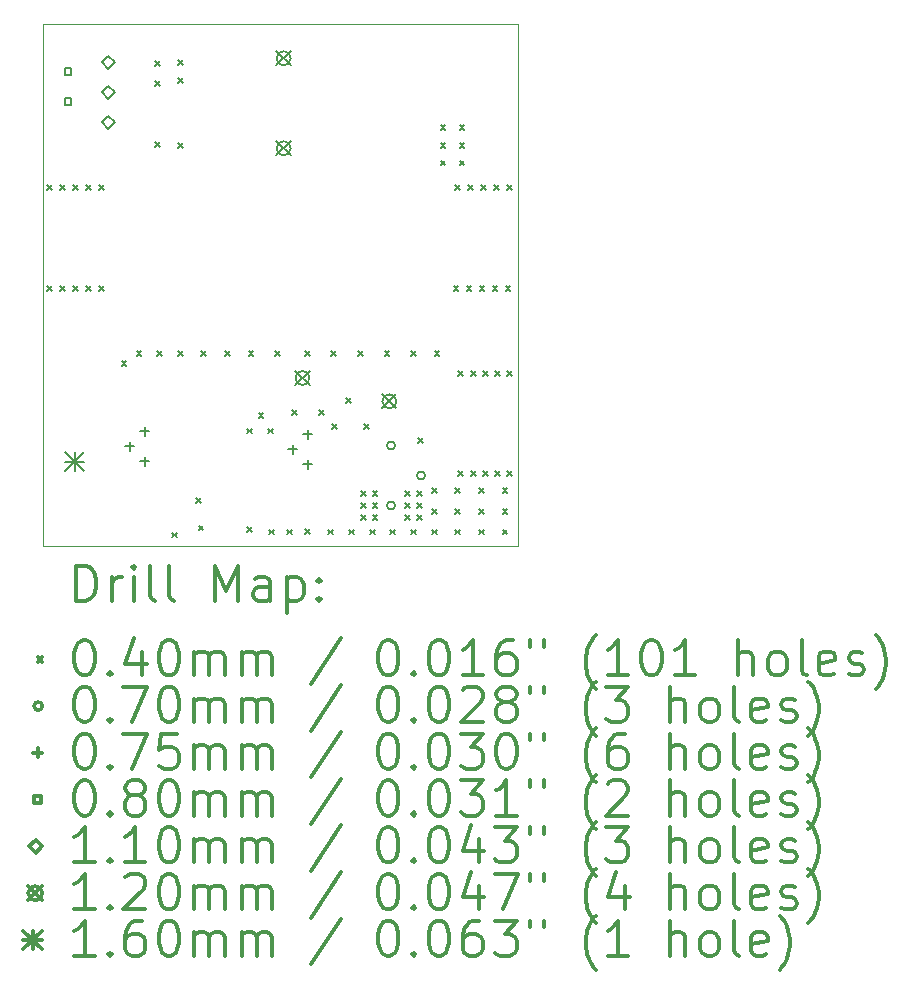
<source format=gbr>
%FSLAX45Y45*%
G04 Gerber Fmt 4.5, Leading zero omitted, Abs format (unit mm)*
G04 Created by KiCad (PCBNEW 5.1.7-a382d34a88~89~ubuntu20.04.1) date 2021-11-17 19:13:51*
%MOMM*%
%LPD*%
G01*
G04 APERTURE LIST*
%TA.AperFunction,Profile*%
%ADD10C,0.050000*%
%TD*%
%ADD11C,0.200000*%
%ADD12C,0.300000*%
G04 APERTURE END LIST*
D10*
X7124700Y-7347400D02*
X7124700Y-2927350D01*
X3097100Y-2927400D02*
X7124700Y-2927350D01*
X3097100Y-7347400D02*
X7124700Y-7347400D01*
X3097100Y-2927400D02*
X3097100Y-7347400D01*
D11*
X3137100Y-4297400D02*
X3177100Y-4337400D01*
X3177100Y-4297400D02*
X3137100Y-4337400D01*
X3137100Y-5147400D02*
X3177100Y-5187400D01*
X3177100Y-5147400D02*
X3137100Y-5187400D01*
X3247100Y-4297400D02*
X3287100Y-4337400D01*
X3287100Y-4297400D02*
X3247100Y-4337400D01*
X3247100Y-5147400D02*
X3287100Y-5187400D01*
X3287100Y-5147400D02*
X3247100Y-5187400D01*
X3357100Y-4297400D02*
X3397100Y-4337400D01*
X3397100Y-4297400D02*
X3357100Y-4337400D01*
X3357100Y-5147400D02*
X3397100Y-5187400D01*
X3397100Y-5147400D02*
X3357100Y-5187400D01*
X3467100Y-4297400D02*
X3507100Y-4337400D01*
X3507100Y-4297400D02*
X3467100Y-4337400D01*
X3467100Y-5147400D02*
X3507100Y-5187400D01*
X3507100Y-5147400D02*
X3467100Y-5187400D01*
X3577100Y-4297400D02*
X3617100Y-4337400D01*
X3617100Y-4297400D02*
X3577100Y-4337400D01*
X3577100Y-5147400D02*
X3617100Y-5187400D01*
X3617100Y-5147400D02*
X3577100Y-5187400D01*
X3767100Y-5787400D02*
X3807100Y-5827400D01*
X3807100Y-5787400D02*
X3767100Y-5827400D01*
X3892100Y-5697400D02*
X3932100Y-5737400D01*
X3932100Y-5697400D02*
X3892100Y-5737400D01*
X4052100Y-3242400D02*
X4092100Y-3282400D01*
X4092100Y-3242400D02*
X4052100Y-3282400D01*
X4052100Y-3412400D02*
X4092100Y-3452400D01*
X4092100Y-3412400D02*
X4052100Y-3452400D01*
X4052100Y-3932400D02*
X4092100Y-3972400D01*
X4092100Y-3932400D02*
X4052100Y-3972400D01*
X4067100Y-5697400D02*
X4107100Y-5737400D01*
X4107100Y-5697400D02*
X4067100Y-5737400D01*
X4192100Y-7237400D02*
X4232100Y-7277400D01*
X4232100Y-7237400D02*
X4192100Y-7277400D01*
X4242100Y-3237400D02*
X4282100Y-3277400D01*
X4282100Y-3237400D02*
X4242100Y-3277400D01*
X4242100Y-3387400D02*
X4282100Y-3427400D01*
X4282100Y-3387400D02*
X4242100Y-3427400D01*
X4242100Y-3937400D02*
X4282100Y-3977400D01*
X4282100Y-3937400D02*
X4242100Y-3977400D01*
X4242100Y-5697400D02*
X4282100Y-5737400D01*
X4282100Y-5697400D02*
X4242100Y-5737400D01*
X4397100Y-6947400D02*
X4437100Y-6987400D01*
X4437100Y-6947400D02*
X4397100Y-6987400D01*
X4417100Y-7177400D02*
X4457100Y-7217400D01*
X4457100Y-7177400D02*
X4417100Y-7217400D01*
X4442100Y-5697400D02*
X4482100Y-5737400D01*
X4482100Y-5697400D02*
X4442100Y-5737400D01*
X4642100Y-5697400D02*
X4682100Y-5737400D01*
X4682100Y-5697400D02*
X4642100Y-5737400D01*
X4827100Y-6357400D02*
X4867100Y-6397400D01*
X4867100Y-6357400D02*
X4827100Y-6397400D01*
X4827100Y-7187400D02*
X4867100Y-7227400D01*
X4867100Y-7187400D02*
X4827100Y-7227400D01*
X4842100Y-5697400D02*
X4882100Y-5737400D01*
X4882100Y-5697400D02*
X4842100Y-5737400D01*
X4927100Y-6227400D02*
X4967100Y-6267400D01*
X4967100Y-6227400D02*
X4927100Y-6267400D01*
X5007100Y-6357400D02*
X5047100Y-6397400D01*
X5047100Y-6357400D02*
X5007100Y-6397400D01*
X5017100Y-7212400D02*
X5057100Y-7252400D01*
X5057100Y-7212400D02*
X5017100Y-7252400D01*
X5067100Y-5697400D02*
X5107100Y-5737400D01*
X5107100Y-5697400D02*
X5067100Y-5737400D01*
X5167100Y-7212400D02*
X5207100Y-7252400D01*
X5207100Y-7212400D02*
X5167100Y-7252400D01*
X5207100Y-6197400D02*
X5247100Y-6237400D01*
X5247100Y-6197400D02*
X5207100Y-6237400D01*
X5317100Y-5697400D02*
X5357100Y-5737400D01*
X5357100Y-5697400D02*
X5317100Y-5737400D01*
X5317100Y-7207400D02*
X5357100Y-7247400D01*
X5357100Y-7207400D02*
X5317100Y-7247400D01*
X5437100Y-6197400D02*
X5477100Y-6237400D01*
X5477100Y-6197400D02*
X5437100Y-6237400D01*
X5517100Y-7212400D02*
X5557100Y-7252400D01*
X5557100Y-7212400D02*
X5517100Y-7252400D01*
X5542100Y-5697400D02*
X5582100Y-5737400D01*
X5582100Y-5697400D02*
X5542100Y-5737400D01*
X5547100Y-6317400D02*
X5587100Y-6357400D01*
X5587100Y-6317400D02*
X5547100Y-6357400D01*
X5667100Y-6097400D02*
X5707100Y-6137400D01*
X5707100Y-6097400D02*
X5667100Y-6137400D01*
X5692100Y-7212400D02*
X5732100Y-7252400D01*
X5732100Y-7212400D02*
X5692100Y-7252400D01*
X5767100Y-5697400D02*
X5807100Y-5737400D01*
X5807100Y-5697400D02*
X5767100Y-5737400D01*
X5792100Y-6887400D02*
X5832100Y-6927400D01*
X5832100Y-6887400D02*
X5792100Y-6927400D01*
X5792100Y-6987400D02*
X5832100Y-7027400D01*
X5832100Y-6987400D02*
X5792100Y-7027400D01*
X5792100Y-7087400D02*
X5832100Y-7127400D01*
X5832100Y-7087400D02*
X5792100Y-7127400D01*
X5817100Y-6317400D02*
X5857100Y-6357400D01*
X5857100Y-6317400D02*
X5817100Y-6357400D01*
X5867100Y-7212400D02*
X5907100Y-7252400D01*
X5907100Y-7212400D02*
X5867100Y-7252400D01*
X5892100Y-6887400D02*
X5932100Y-6927400D01*
X5932100Y-6887400D02*
X5892100Y-6927400D01*
X5892100Y-6987400D02*
X5932100Y-7027400D01*
X5932100Y-6987400D02*
X5892100Y-7027400D01*
X5892100Y-7087400D02*
X5932100Y-7127400D01*
X5932100Y-7087400D02*
X5892100Y-7127400D01*
X5992100Y-5697400D02*
X6032100Y-5737400D01*
X6032100Y-5697400D02*
X5992100Y-5737400D01*
X6042100Y-7212400D02*
X6082100Y-7252400D01*
X6082100Y-7212400D02*
X6042100Y-7252400D01*
X6167100Y-6887400D02*
X6207100Y-6927400D01*
X6207100Y-6887400D02*
X6167100Y-6927400D01*
X6167100Y-6987400D02*
X6207100Y-7027400D01*
X6207100Y-6987400D02*
X6167100Y-7027400D01*
X6167100Y-7087400D02*
X6207100Y-7127400D01*
X6207100Y-7087400D02*
X6167100Y-7127400D01*
X6217100Y-5697400D02*
X6257100Y-5737400D01*
X6257100Y-5697400D02*
X6217100Y-5737400D01*
X6217100Y-7212400D02*
X6257100Y-7252400D01*
X6257100Y-7212400D02*
X6217100Y-7252400D01*
X6267100Y-6887400D02*
X6307100Y-6927400D01*
X6307100Y-6887400D02*
X6267100Y-6927400D01*
X6267100Y-6987400D02*
X6307100Y-7027400D01*
X6307100Y-6987400D02*
X6267100Y-7027400D01*
X6267100Y-7087400D02*
X6307100Y-7127400D01*
X6307100Y-7087400D02*
X6267100Y-7127400D01*
X6277100Y-6437400D02*
X6317100Y-6477400D01*
X6317100Y-6437400D02*
X6277100Y-6477400D01*
X6392100Y-6862400D02*
X6432100Y-6902400D01*
X6432100Y-6862400D02*
X6392100Y-6902400D01*
X6392100Y-7037400D02*
X6432100Y-7077400D01*
X6432100Y-7037400D02*
X6392100Y-7077400D01*
X6392100Y-7212400D02*
X6432100Y-7252400D01*
X6432100Y-7212400D02*
X6392100Y-7252400D01*
X6417100Y-5697400D02*
X6457100Y-5737400D01*
X6457100Y-5697400D02*
X6417100Y-5737400D01*
X6467100Y-3787400D02*
X6507100Y-3827400D01*
X6507100Y-3787400D02*
X6467100Y-3827400D01*
X6467100Y-3937400D02*
X6507100Y-3977400D01*
X6507100Y-3937400D02*
X6467100Y-3977400D01*
X6467100Y-4087400D02*
X6507100Y-4127400D01*
X6507100Y-4087400D02*
X6467100Y-4127400D01*
X6577100Y-5147400D02*
X6617100Y-5187400D01*
X6617100Y-5147400D02*
X6577100Y-5187400D01*
X6587100Y-4297400D02*
X6627100Y-4337400D01*
X6627100Y-4297400D02*
X6587100Y-4337400D01*
X6592100Y-6862400D02*
X6632100Y-6902400D01*
X6632100Y-6862400D02*
X6592100Y-6902400D01*
X6592100Y-7037400D02*
X6632100Y-7077400D01*
X6632100Y-7037400D02*
X6592100Y-7077400D01*
X6592100Y-7212400D02*
X6632100Y-7252400D01*
X6632100Y-7212400D02*
X6592100Y-7252400D01*
X6617100Y-5867400D02*
X6657100Y-5907400D01*
X6657100Y-5867400D02*
X6617100Y-5907400D01*
X6617100Y-6717400D02*
X6657100Y-6757400D01*
X6657100Y-6717400D02*
X6617100Y-6757400D01*
X6627100Y-3787400D02*
X6667100Y-3827400D01*
X6667100Y-3787400D02*
X6627100Y-3827400D01*
X6627100Y-3937400D02*
X6667100Y-3977400D01*
X6667100Y-3937400D02*
X6627100Y-3977400D01*
X6627100Y-4087400D02*
X6667100Y-4127400D01*
X6667100Y-4087400D02*
X6627100Y-4127400D01*
X6687100Y-5147400D02*
X6727100Y-5187400D01*
X6727100Y-5147400D02*
X6687100Y-5187400D01*
X6697100Y-4297400D02*
X6737100Y-4337400D01*
X6737100Y-4297400D02*
X6697100Y-4337400D01*
X6727100Y-5867400D02*
X6767100Y-5907400D01*
X6767100Y-5867400D02*
X6727100Y-5907400D01*
X6727100Y-6717400D02*
X6767100Y-6757400D01*
X6767100Y-6717400D02*
X6727100Y-6757400D01*
X6792100Y-6862400D02*
X6832100Y-6902400D01*
X6832100Y-6862400D02*
X6792100Y-6902400D01*
X6792100Y-7037400D02*
X6832100Y-7077400D01*
X6832100Y-7037400D02*
X6792100Y-7077400D01*
X6792100Y-7212400D02*
X6832100Y-7252400D01*
X6832100Y-7212400D02*
X6792100Y-7252400D01*
X6797100Y-5147400D02*
X6837100Y-5187400D01*
X6837100Y-5147400D02*
X6797100Y-5187400D01*
X6807100Y-4297400D02*
X6847100Y-4337400D01*
X6847100Y-4297400D02*
X6807100Y-4337400D01*
X6827100Y-5867400D02*
X6867100Y-5907400D01*
X6867100Y-5867400D02*
X6827100Y-5907400D01*
X6827100Y-6717400D02*
X6867100Y-6757400D01*
X6867100Y-6717400D02*
X6827100Y-6757400D01*
X6907100Y-5147400D02*
X6947100Y-5187400D01*
X6947100Y-5147400D02*
X6907100Y-5187400D01*
X6917100Y-4297400D02*
X6957100Y-4337400D01*
X6957100Y-4297400D02*
X6917100Y-4337400D01*
X6927100Y-5867400D02*
X6967100Y-5907400D01*
X6967100Y-5867400D02*
X6927100Y-5907400D01*
X6927100Y-6717400D02*
X6967100Y-6757400D01*
X6967100Y-6717400D02*
X6927100Y-6757400D01*
X6992100Y-6862400D02*
X7032100Y-6902400D01*
X7032100Y-6862400D02*
X6992100Y-6902400D01*
X6992100Y-7037400D02*
X7032100Y-7077400D01*
X7032100Y-7037400D02*
X6992100Y-7077400D01*
X6992100Y-7212400D02*
X7032100Y-7252400D01*
X7032100Y-7212400D02*
X6992100Y-7252400D01*
X7017100Y-5147400D02*
X7057100Y-5187400D01*
X7057100Y-5147400D02*
X7017100Y-5187400D01*
X7027100Y-4297400D02*
X7067100Y-4337400D01*
X7067100Y-4297400D02*
X7027100Y-4337400D01*
X7027100Y-5867400D02*
X7067100Y-5907400D01*
X7067100Y-5867400D02*
X7027100Y-5907400D01*
X7027100Y-6717400D02*
X7067100Y-6757400D01*
X7067100Y-6717400D02*
X7027100Y-6757400D01*
X6082100Y-6499400D02*
G75*
G03*
X6082100Y-6499400I-35000J0D01*
G01*
X6082100Y-7007400D02*
G75*
G03*
X6082100Y-7007400I-35000J0D01*
G01*
X6336100Y-6753400D02*
G75*
G03*
X6336100Y-6753400I-35000J0D01*
G01*
X3835100Y-6467900D02*
X3835100Y-6542900D01*
X3797600Y-6505400D02*
X3872600Y-6505400D01*
X3962100Y-6340900D02*
X3962100Y-6415900D01*
X3924600Y-6378400D02*
X3999600Y-6378400D01*
X3962100Y-6594900D02*
X3962100Y-6669900D01*
X3924600Y-6632400D02*
X3999600Y-6632400D01*
X5215100Y-6492900D02*
X5215100Y-6567900D01*
X5177600Y-6530400D02*
X5252600Y-6530400D01*
X5342100Y-6365900D02*
X5342100Y-6440900D01*
X5304600Y-6403400D02*
X5379600Y-6403400D01*
X5342100Y-6619900D02*
X5342100Y-6694900D01*
X5304600Y-6657400D02*
X5379600Y-6657400D01*
X3340384Y-3360684D02*
X3340384Y-3304115D01*
X3283815Y-3304115D01*
X3283815Y-3360684D01*
X3340384Y-3360684D01*
X3340384Y-3614684D02*
X3340384Y-3558115D01*
X3283815Y-3558115D01*
X3283815Y-3614684D01*
X3340384Y-3614684D01*
X3652100Y-3307400D02*
X3707100Y-3252400D01*
X3652100Y-3197400D01*
X3597100Y-3252400D01*
X3652100Y-3307400D01*
X3652100Y-3561400D02*
X3707100Y-3506400D01*
X3652100Y-3451400D01*
X3597100Y-3506400D01*
X3652100Y-3561400D01*
X3652100Y-3815400D02*
X3707100Y-3760400D01*
X3652100Y-3705400D01*
X3597100Y-3760400D01*
X3652100Y-3815400D01*
X5237100Y-5867400D02*
X5357100Y-5987400D01*
X5357100Y-5867400D02*
X5237100Y-5987400D01*
X5357100Y-5927400D02*
G75*
G03*
X5357100Y-5927400I-60000J0D01*
G01*
X5973135Y-6064620D02*
X6093135Y-6184620D01*
X6093135Y-6064620D02*
X5973135Y-6184620D01*
X6093135Y-6124620D02*
G75*
G03*
X6093135Y-6124620I-60000J0D01*
G01*
X5077100Y-3160400D02*
X5197100Y-3280400D01*
X5197100Y-3160400D02*
X5077100Y-3280400D01*
X5197100Y-3220400D02*
G75*
G03*
X5197100Y-3220400I-60000J0D01*
G01*
X5077100Y-3922400D02*
X5197100Y-4042400D01*
X5197100Y-3922400D02*
X5077100Y-4042400D01*
X5197100Y-3982400D02*
G75*
G03*
X5197100Y-3982400I-60000J0D01*
G01*
X3287100Y-6557400D02*
X3447100Y-6717400D01*
X3447100Y-6557400D02*
X3287100Y-6717400D01*
X3367100Y-6557400D02*
X3367100Y-6717400D01*
X3287100Y-6637400D02*
X3447100Y-6637400D01*
D12*
X3381028Y-7815614D02*
X3381028Y-7515614D01*
X3452457Y-7515614D01*
X3495314Y-7529900D01*
X3523886Y-7558471D01*
X3538171Y-7587043D01*
X3552457Y-7644186D01*
X3552457Y-7687043D01*
X3538171Y-7744186D01*
X3523886Y-7772757D01*
X3495314Y-7801329D01*
X3452457Y-7815614D01*
X3381028Y-7815614D01*
X3681028Y-7815614D02*
X3681028Y-7615614D01*
X3681028Y-7672757D02*
X3695314Y-7644186D01*
X3709600Y-7629900D01*
X3738171Y-7615614D01*
X3766743Y-7615614D01*
X3866743Y-7815614D02*
X3866743Y-7615614D01*
X3866743Y-7515614D02*
X3852457Y-7529900D01*
X3866743Y-7544186D01*
X3881028Y-7529900D01*
X3866743Y-7515614D01*
X3866743Y-7544186D01*
X4052457Y-7815614D02*
X4023886Y-7801329D01*
X4009600Y-7772757D01*
X4009600Y-7515614D01*
X4209600Y-7815614D02*
X4181028Y-7801329D01*
X4166743Y-7772757D01*
X4166743Y-7515614D01*
X4552457Y-7815614D02*
X4552457Y-7515614D01*
X4652457Y-7729900D01*
X4752457Y-7515614D01*
X4752457Y-7815614D01*
X5023886Y-7815614D02*
X5023886Y-7658471D01*
X5009600Y-7629900D01*
X4981028Y-7615614D01*
X4923886Y-7615614D01*
X4895314Y-7629900D01*
X5023886Y-7801329D02*
X4995314Y-7815614D01*
X4923886Y-7815614D01*
X4895314Y-7801329D01*
X4881028Y-7772757D01*
X4881028Y-7744186D01*
X4895314Y-7715614D01*
X4923886Y-7701329D01*
X4995314Y-7701329D01*
X5023886Y-7687043D01*
X5166743Y-7615614D02*
X5166743Y-7915614D01*
X5166743Y-7629900D02*
X5195314Y-7615614D01*
X5252457Y-7615614D01*
X5281028Y-7629900D01*
X5295314Y-7644186D01*
X5309600Y-7672757D01*
X5309600Y-7758471D01*
X5295314Y-7787043D01*
X5281028Y-7801329D01*
X5252457Y-7815614D01*
X5195314Y-7815614D01*
X5166743Y-7801329D01*
X5438171Y-7787043D02*
X5452457Y-7801329D01*
X5438171Y-7815614D01*
X5423886Y-7801329D01*
X5438171Y-7787043D01*
X5438171Y-7815614D01*
X5438171Y-7629900D02*
X5452457Y-7644186D01*
X5438171Y-7658471D01*
X5423886Y-7644186D01*
X5438171Y-7629900D01*
X5438171Y-7658471D01*
X3054600Y-8289900D02*
X3094600Y-8329900D01*
X3094600Y-8289900D02*
X3054600Y-8329900D01*
X3438171Y-8145614D02*
X3466743Y-8145614D01*
X3495314Y-8159900D01*
X3509600Y-8174186D01*
X3523886Y-8202757D01*
X3538171Y-8259900D01*
X3538171Y-8331329D01*
X3523886Y-8388471D01*
X3509600Y-8417043D01*
X3495314Y-8431329D01*
X3466743Y-8445614D01*
X3438171Y-8445614D01*
X3409600Y-8431329D01*
X3395314Y-8417043D01*
X3381028Y-8388471D01*
X3366743Y-8331329D01*
X3366743Y-8259900D01*
X3381028Y-8202757D01*
X3395314Y-8174186D01*
X3409600Y-8159900D01*
X3438171Y-8145614D01*
X3666743Y-8417043D02*
X3681028Y-8431329D01*
X3666743Y-8445614D01*
X3652457Y-8431329D01*
X3666743Y-8417043D01*
X3666743Y-8445614D01*
X3938171Y-8245614D02*
X3938171Y-8445614D01*
X3866743Y-8131329D02*
X3795314Y-8345614D01*
X3981028Y-8345614D01*
X4152457Y-8145614D02*
X4181028Y-8145614D01*
X4209600Y-8159900D01*
X4223886Y-8174186D01*
X4238171Y-8202757D01*
X4252457Y-8259900D01*
X4252457Y-8331329D01*
X4238171Y-8388471D01*
X4223886Y-8417043D01*
X4209600Y-8431329D01*
X4181028Y-8445614D01*
X4152457Y-8445614D01*
X4123886Y-8431329D01*
X4109600Y-8417043D01*
X4095314Y-8388471D01*
X4081028Y-8331329D01*
X4081028Y-8259900D01*
X4095314Y-8202757D01*
X4109600Y-8174186D01*
X4123886Y-8159900D01*
X4152457Y-8145614D01*
X4381028Y-8445614D02*
X4381028Y-8245614D01*
X4381028Y-8274186D02*
X4395314Y-8259900D01*
X4423886Y-8245614D01*
X4466743Y-8245614D01*
X4495314Y-8259900D01*
X4509600Y-8288471D01*
X4509600Y-8445614D01*
X4509600Y-8288471D02*
X4523886Y-8259900D01*
X4552457Y-8245614D01*
X4595314Y-8245614D01*
X4623886Y-8259900D01*
X4638171Y-8288471D01*
X4638171Y-8445614D01*
X4781028Y-8445614D02*
X4781028Y-8245614D01*
X4781028Y-8274186D02*
X4795314Y-8259900D01*
X4823886Y-8245614D01*
X4866743Y-8245614D01*
X4895314Y-8259900D01*
X4909600Y-8288471D01*
X4909600Y-8445614D01*
X4909600Y-8288471D02*
X4923886Y-8259900D01*
X4952457Y-8245614D01*
X4995314Y-8245614D01*
X5023886Y-8259900D01*
X5038171Y-8288471D01*
X5038171Y-8445614D01*
X5623886Y-8131329D02*
X5366743Y-8517043D01*
X6009600Y-8145614D02*
X6038171Y-8145614D01*
X6066743Y-8159900D01*
X6081028Y-8174186D01*
X6095314Y-8202757D01*
X6109600Y-8259900D01*
X6109600Y-8331329D01*
X6095314Y-8388471D01*
X6081028Y-8417043D01*
X6066743Y-8431329D01*
X6038171Y-8445614D01*
X6009600Y-8445614D01*
X5981028Y-8431329D01*
X5966743Y-8417043D01*
X5952457Y-8388471D01*
X5938171Y-8331329D01*
X5938171Y-8259900D01*
X5952457Y-8202757D01*
X5966743Y-8174186D01*
X5981028Y-8159900D01*
X6009600Y-8145614D01*
X6238171Y-8417043D02*
X6252457Y-8431329D01*
X6238171Y-8445614D01*
X6223886Y-8431329D01*
X6238171Y-8417043D01*
X6238171Y-8445614D01*
X6438171Y-8145614D02*
X6466743Y-8145614D01*
X6495314Y-8159900D01*
X6509600Y-8174186D01*
X6523886Y-8202757D01*
X6538171Y-8259900D01*
X6538171Y-8331329D01*
X6523886Y-8388471D01*
X6509600Y-8417043D01*
X6495314Y-8431329D01*
X6466743Y-8445614D01*
X6438171Y-8445614D01*
X6409600Y-8431329D01*
X6395314Y-8417043D01*
X6381028Y-8388471D01*
X6366743Y-8331329D01*
X6366743Y-8259900D01*
X6381028Y-8202757D01*
X6395314Y-8174186D01*
X6409600Y-8159900D01*
X6438171Y-8145614D01*
X6823886Y-8445614D02*
X6652457Y-8445614D01*
X6738171Y-8445614D02*
X6738171Y-8145614D01*
X6709600Y-8188471D01*
X6681028Y-8217043D01*
X6652457Y-8231329D01*
X7081028Y-8145614D02*
X7023886Y-8145614D01*
X6995314Y-8159900D01*
X6981028Y-8174186D01*
X6952457Y-8217043D01*
X6938171Y-8274186D01*
X6938171Y-8388471D01*
X6952457Y-8417043D01*
X6966743Y-8431329D01*
X6995314Y-8445614D01*
X7052457Y-8445614D01*
X7081028Y-8431329D01*
X7095314Y-8417043D01*
X7109600Y-8388471D01*
X7109600Y-8317043D01*
X7095314Y-8288471D01*
X7081028Y-8274186D01*
X7052457Y-8259900D01*
X6995314Y-8259900D01*
X6966743Y-8274186D01*
X6952457Y-8288471D01*
X6938171Y-8317043D01*
X7223886Y-8145614D02*
X7223886Y-8202757D01*
X7338171Y-8145614D02*
X7338171Y-8202757D01*
X7781028Y-8559900D02*
X7766743Y-8545614D01*
X7738171Y-8502757D01*
X7723886Y-8474186D01*
X7709600Y-8431329D01*
X7695314Y-8359900D01*
X7695314Y-8302757D01*
X7709600Y-8231329D01*
X7723886Y-8188471D01*
X7738171Y-8159900D01*
X7766743Y-8117043D01*
X7781028Y-8102757D01*
X8052457Y-8445614D02*
X7881028Y-8445614D01*
X7966743Y-8445614D02*
X7966743Y-8145614D01*
X7938171Y-8188471D01*
X7909600Y-8217043D01*
X7881028Y-8231329D01*
X8238171Y-8145614D02*
X8266743Y-8145614D01*
X8295314Y-8159900D01*
X8309600Y-8174186D01*
X8323886Y-8202757D01*
X8338171Y-8259900D01*
X8338171Y-8331329D01*
X8323886Y-8388471D01*
X8309600Y-8417043D01*
X8295314Y-8431329D01*
X8266743Y-8445614D01*
X8238171Y-8445614D01*
X8209600Y-8431329D01*
X8195314Y-8417043D01*
X8181028Y-8388471D01*
X8166743Y-8331329D01*
X8166743Y-8259900D01*
X8181028Y-8202757D01*
X8195314Y-8174186D01*
X8209600Y-8159900D01*
X8238171Y-8145614D01*
X8623886Y-8445614D02*
X8452457Y-8445614D01*
X8538171Y-8445614D02*
X8538171Y-8145614D01*
X8509600Y-8188471D01*
X8481028Y-8217043D01*
X8452457Y-8231329D01*
X8981028Y-8445614D02*
X8981028Y-8145614D01*
X9109600Y-8445614D02*
X9109600Y-8288471D01*
X9095314Y-8259900D01*
X9066743Y-8245614D01*
X9023886Y-8245614D01*
X8995314Y-8259900D01*
X8981028Y-8274186D01*
X9295314Y-8445614D02*
X9266743Y-8431329D01*
X9252457Y-8417043D01*
X9238171Y-8388471D01*
X9238171Y-8302757D01*
X9252457Y-8274186D01*
X9266743Y-8259900D01*
X9295314Y-8245614D01*
X9338171Y-8245614D01*
X9366743Y-8259900D01*
X9381028Y-8274186D01*
X9395314Y-8302757D01*
X9395314Y-8388471D01*
X9381028Y-8417043D01*
X9366743Y-8431329D01*
X9338171Y-8445614D01*
X9295314Y-8445614D01*
X9566743Y-8445614D02*
X9538171Y-8431329D01*
X9523886Y-8402757D01*
X9523886Y-8145614D01*
X9795314Y-8431329D02*
X9766743Y-8445614D01*
X9709600Y-8445614D01*
X9681028Y-8431329D01*
X9666743Y-8402757D01*
X9666743Y-8288471D01*
X9681028Y-8259900D01*
X9709600Y-8245614D01*
X9766743Y-8245614D01*
X9795314Y-8259900D01*
X9809600Y-8288471D01*
X9809600Y-8317043D01*
X9666743Y-8345614D01*
X9923886Y-8431329D02*
X9952457Y-8445614D01*
X10009600Y-8445614D01*
X10038171Y-8431329D01*
X10052457Y-8402757D01*
X10052457Y-8388471D01*
X10038171Y-8359900D01*
X10009600Y-8345614D01*
X9966743Y-8345614D01*
X9938171Y-8331329D01*
X9923886Y-8302757D01*
X9923886Y-8288471D01*
X9938171Y-8259900D01*
X9966743Y-8245614D01*
X10009600Y-8245614D01*
X10038171Y-8259900D01*
X10152457Y-8559900D02*
X10166743Y-8545614D01*
X10195314Y-8502757D01*
X10209600Y-8474186D01*
X10223886Y-8431329D01*
X10238171Y-8359900D01*
X10238171Y-8302757D01*
X10223886Y-8231329D01*
X10209600Y-8188471D01*
X10195314Y-8159900D01*
X10166743Y-8117043D01*
X10152457Y-8102757D01*
X3094600Y-8705900D02*
G75*
G03*
X3094600Y-8705900I-35000J0D01*
G01*
X3438171Y-8541614D02*
X3466743Y-8541614D01*
X3495314Y-8555900D01*
X3509600Y-8570186D01*
X3523886Y-8598757D01*
X3538171Y-8655900D01*
X3538171Y-8727329D01*
X3523886Y-8784472D01*
X3509600Y-8813043D01*
X3495314Y-8827329D01*
X3466743Y-8841614D01*
X3438171Y-8841614D01*
X3409600Y-8827329D01*
X3395314Y-8813043D01*
X3381028Y-8784472D01*
X3366743Y-8727329D01*
X3366743Y-8655900D01*
X3381028Y-8598757D01*
X3395314Y-8570186D01*
X3409600Y-8555900D01*
X3438171Y-8541614D01*
X3666743Y-8813043D02*
X3681028Y-8827329D01*
X3666743Y-8841614D01*
X3652457Y-8827329D01*
X3666743Y-8813043D01*
X3666743Y-8841614D01*
X3781028Y-8541614D02*
X3981028Y-8541614D01*
X3852457Y-8841614D01*
X4152457Y-8541614D02*
X4181028Y-8541614D01*
X4209600Y-8555900D01*
X4223886Y-8570186D01*
X4238171Y-8598757D01*
X4252457Y-8655900D01*
X4252457Y-8727329D01*
X4238171Y-8784472D01*
X4223886Y-8813043D01*
X4209600Y-8827329D01*
X4181028Y-8841614D01*
X4152457Y-8841614D01*
X4123886Y-8827329D01*
X4109600Y-8813043D01*
X4095314Y-8784472D01*
X4081028Y-8727329D01*
X4081028Y-8655900D01*
X4095314Y-8598757D01*
X4109600Y-8570186D01*
X4123886Y-8555900D01*
X4152457Y-8541614D01*
X4381028Y-8841614D02*
X4381028Y-8641614D01*
X4381028Y-8670186D02*
X4395314Y-8655900D01*
X4423886Y-8641614D01*
X4466743Y-8641614D01*
X4495314Y-8655900D01*
X4509600Y-8684472D01*
X4509600Y-8841614D01*
X4509600Y-8684472D02*
X4523886Y-8655900D01*
X4552457Y-8641614D01*
X4595314Y-8641614D01*
X4623886Y-8655900D01*
X4638171Y-8684472D01*
X4638171Y-8841614D01*
X4781028Y-8841614D02*
X4781028Y-8641614D01*
X4781028Y-8670186D02*
X4795314Y-8655900D01*
X4823886Y-8641614D01*
X4866743Y-8641614D01*
X4895314Y-8655900D01*
X4909600Y-8684472D01*
X4909600Y-8841614D01*
X4909600Y-8684472D02*
X4923886Y-8655900D01*
X4952457Y-8641614D01*
X4995314Y-8641614D01*
X5023886Y-8655900D01*
X5038171Y-8684472D01*
X5038171Y-8841614D01*
X5623886Y-8527329D02*
X5366743Y-8913043D01*
X6009600Y-8541614D02*
X6038171Y-8541614D01*
X6066743Y-8555900D01*
X6081028Y-8570186D01*
X6095314Y-8598757D01*
X6109600Y-8655900D01*
X6109600Y-8727329D01*
X6095314Y-8784472D01*
X6081028Y-8813043D01*
X6066743Y-8827329D01*
X6038171Y-8841614D01*
X6009600Y-8841614D01*
X5981028Y-8827329D01*
X5966743Y-8813043D01*
X5952457Y-8784472D01*
X5938171Y-8727329D01*
X5938171Y-8655900D01*
X5952457Y-8598757D01*
X5966743Y-8570186D01*
X5981028Y-8555900D01*
X6009600Y-8541614D01*
X6238171Y-8813043D02*
X6252457Y-8827329D01*
X6238171Y-8841614D01*
X6223886Y-8827329D01*
X6238171Y-8813043D01*
X6238171Y-8841614D01*
X6438171Y-8541614D02*
X6466743Y-8541614D01*
X6495314Y-8555900D01*
X6509600Y-8570186D01*
X6523886Y-8598757D01*
X6538171Y-8655900D01*
X6538171Y-8727329D01*
X6523886Y-8784472D01*
X6509600Y-8813043D01*
X6495314Y-8827329D01*
X6466743Y-8841614D01*
X6438171Y-8841614D01*
X6409600Y-8827329D01*
X6395314Y-8813043D01*
X6381028Y-8784472D01*
X6366743Y-8727329D01*
X6366743Y-8655900D01*
X6381028Y-8598757D01*
X6395314Y-8570186D01*
X6409600Y-8555900D01*
X6438171Y-8541614D01*
X6652457Y-8570186D02*
X6666743Y-8555900D01*
X6695314Y-8541614D01*
X6766743Y-8541614D01*
X6795314Y-8555900D01*
X6809600Y-8570186D01*
X6823886Y-8598757D01*
X6823886Y-8627329D01*
X6809600Y-8670186D01*
X6638171Y-8841614D01*
X6823886Y-8841614D01*
X6995314Y-8670186D02*
X6966743Y-8655900D01*
X6952457Y-8641614D01*
X6938171Y-8613043D01*
X6938171Y-8598757D01*
X6952457Y-8570186D01*
X6966743Y-8555900D01*
X6995314Y-8541614D01*
X7052457Y-8541614D01*
X7081028Y-8555900D01*
X7095314Y-8570186D01*
X7109600Y-8598757D01*
X7109600Y-8613043D01*
X7095314Y-8641614D01*
X7081028Y-8655900D01*
X7052457Y-8670186D01*
X6995314Y-8670186D01*
X6966743Y-8684472D01*
X6952457Y-8698757D01*
X6938171Y-8727329D01*
X6938171Y-8784472D01*
X6952457Y-8813043D01*
X6966743Y-8827329D01*
X6995314Y-8841614D01*
X7052457Y-8841614D01*
X7081028Y-8827329D01*
X7095314Y-8813043D01*
X7109600Y-8784472D01*
X7109600Y-8727329D01*
X7095314Y-8698757D01*
X7081028Y-8684472D01*
X7052457Y-8670186D01*
X7223886Y-8541614D02*
X7223886Y-8598757D01*
X7338171Y-8541614D02*
X7338171Y-8598757D01*
X7781028Y-8955900D02*
X7766743Y-8941614D01*
X7738171Y-8898757D01*
X7723886Y-8870186D01*
X7709600Y-8827329D01*
X7695314Y-8755900D01*
X7695314Y-8698757D01*
X7709600Y-8627329D01*
X7723886Y-8584472D01*
X7738171Y-8555900D01*
X7766743Y-8513043D01*
X7781028Y-8498757D01*
X7866743Y-8541614D02*
X8052457Y-8541614D01*
X7952457Y-8655900D01*
X7995314Y-8655900D01*
X8023886Y-8670186D01*
X8038171Y-8684472D01*
X8052457Y-8713043D01*
X8052457Y-8784472D01*
X8038171Y-8813043D01*
X8023886Y-8827329D01*
X7995314Y-8841614D01*
X7909600Y-8841614D01*
X7881028Y-8827329D01*
X7866743Y-8813043D01*
X8409600Y-8841614D02*
X8409600Y-8541614D01*
X8538171Y-8841614D02*
X8538171Y-8684472D01*
X8523886Y-8655900D01*
X8495314Y-8641614D01*
X8452457Y-8641614D01*
X8423886Y-8655900D01*
X8409600Y-8670186D01*
X8723886Y-8841614D02*
X8695314Y-8827329D01*
X8681028Y-8813043D01*
X8666743Y-8784472D01*
X8666743Y-8698757D01*
X8681028Y-8670186D01*
X8695314Y-8655900D01*
X8723886Y-8641614D01*
X8766743Y-8641614D01*
X8795314Y-8655900D01*
X8809600Y-8670186D01*
X8823886Y-8698757D01*
X8823886Y-8784472D01*
X8809600Y-8813043D01*
X8795314Y-8827329D01*
X8766743Y-8841614D01*
X8723886Y-8841614D01*
X8995314Y-8841614D02*
X8966743Y-8827329D01*
X8952457Y-8798757D01*
X8952457Y-8541614D01*
X9223886Y-8827329D02*
X9195314Y-8841614D01*
X9138171Y-8841614D01*
X9109600Y-8827329D01*
X9095314Y-8798757D01*
X9095314Y-8684472D01*
X9109600Y-8655900D01*
X9138171Y-8641614D01*
X9195314Y-8641614D01*
X9223886Y-8655900D01*
X9238171Y-8684472D01*
X9238171Y-8713043D01*
X9095314Y-8741614D01*
X9352457Y-8827329D02*
X9381028Y-8841614D01*
X9438171Y-8841614D01*
X9466743Y-8827329D01*
X9481028Y-8798757D01*
X9481028Y-8784472D01*
X9466743Y-8755900D01*
X9438171Y-8741614D01*
X9395314Y-8741614D01*
X9366743Y-8727329D01*
X9352457Y-8698757D01*
X9352457Y-8684472D01*
X9366743Y-8655900D01*
X9395314Y-8641614D01*
X9438171Y-8641614D01*
X9466743Y-8655900D01*
X9581028Y-8955900D02*
X9595314Y-8941614D01*
X9623886Y-8898757D01*
X9638171Y-8870186D01*
X9652457Y-8827329D01*
X9666743Y-8755900D01*
X9666743Y-8698757D01*
X9652457Y-8627329D01*
X9638171Y-8584472D01*
X9623886Y-8555900D01*
X9595314Y-8513043D01*
X9581028Y-8498757D01*
X3057100Y-9064400D02*
X3057100Y-9139400D01*
X3019600Y-9101900D02*
X3094600Y-9101900D01*
X3438171Y-8937614D02*
X3466743Y-8937614D01*
X3495314Y-8951900D01*
X3509600Y-8966186D01*
X3523886Y-8994757D01*
X3538171Y-9051900D01*
X3538171Y-9123329D01*
X3523886Y-9180472D01*
X3509600Y-9209043D01*
X3495314Y-9223329D01*
X3466743Y-9237614D01*
X3438171Y-9237614D01*
X3409600Y-9223329D01*
X3395314Y-9209043D01*
X3381028Y-9180472D01*
X3366743Y-9123329D01*
X3366743Y-9051900D01*
X3381028Y-8994757D01*
X3395314Y-8966186D01*
X3409600Y-8951900D01*
X3438171Y-8937614D01*
X3666743Y-9209043D02*
X3681028Y-9223329D01*
X3666743Y-9237614D01*
X3652457Y-9223329D01*
X3666743Y-9209043D01*
X3666743Y-9237614D01*
X3781028Y-8937614D02*
X3981028Y-8937614D01*
X3852457Y-9237614D01*
X4238171Y-8937614D02*
X4095314Y-8937614D01*
X4081028Y-9080472D01*
X4095314Y-9066186D01*
X4123886Y-9051900D01*
X4195314Y-9051900D01*
X4223886Y-9066186D01*
X4238171Y-9080472D01*
X4252457Y-9109043D01*
X4252457Y-9180472D01*
X4238171Y-9209043D01*
X4223886Y-9223329D01*
X4195314Y-9237614D01*
X4123886Y-9237614D01*
X4095314Y-9223329D01*
X4081028Y-9209043D01*
X4381028Y-9237614D02*
X4381028Y-9037614D01*
X4381028Y-9066186D02*
X4395314Y-9051900D01*
X4423886Y-9037614D01*
X4466743Y-9037614D01*
X4495314Y-9051900D01*
X4509600Y-9080472D01*
X4509600Y-9237614D01*
X4509600Y-9080472D02*
X4523886Y-9051900D01*
X4552457Y-9037614D01*
X4595314Y-9037614D01*
X4623886Y-9051900D01*
X4638171Y-9080472D01*
X4638171Y-9237614D01*
X4781028Y-9237614D02*
X4781028Y-9037614D01*
X4781028Y-9066186D02*
X4795314Y-9051900D01*
X4823886Y-9037614D01*
X4866743Y-9037614D01*
X4895314Y-9051900D01*
X4909600Y-9080472D01*
X4909600Y-9237614D01*
X4909600Y-9080472D02*
X4923886Y-9051900D01*
X4952457Y-9037614D01*
X4995314Y-9037614D01*
X5023886Y-9051900D01*
X5038171Y-9080472D01*
X5038171Y-9237614D01*
X5623886Y-8923329D02*
X5366743Y-9309043D01*
X6009600Y-8937614D02*
X6038171Y-8937614D01*
X6066743Y-8951900D01*
X6081028Y-8966186D01*
X6095314Y-8994757D01*
X6109600Y-9051900D01*
X6109600Y-9123329D01*
X6095314Y-9180472D01*
X6081028Y-9209043D01*
X6066743Y-9223329D01*
X6038171Y-9237614D01*
X6009600Y-9237614D01*
X5981028Y-9223329D01*
X5966743Y-9209043D01*
X5952457Y-9180472D01*
X5938171Y-9123329D01*
X5938171Y-9051900D01*
X5952457Y-8994757D01*
X5966743Y-8966186D01*
X5981028Y-8951900D01*
X6009600Y-8937614D01*
X6238171Y-9209043D02*
X6252457Y-9223329D01*
X6238171Y-9237614D01*
X6223886Y-9223329D01*
X6238171Y-9209043D01*
X6238171Y-9237614D01*
X6438171Y-8937614D02*
X6466743Y-8937614D01*
X6495314Y-8951900D01*
X6509600Y-8966186D01*
X6523886Y-8994757D01*
X6538171Y-9051900D01*
X6538171Y-9123329D01*
X6523886Y-9180472D01*
X6509600Y-9209043D01*
X6495314Y-9223329D01*
X6466743Y-9237614D01*
X6438171Y-9237614D01*
X6409600Y-9223329D01*
X6395314Y-9209043D01*
X6381028Y-9180472D01*
X6366743Y-9123329D01*
X6366743Y-9051900D01*
X6381028Y-8994757D01*
X6395314Y-8966186D01*
X6409600Y-8951900D01*
X6438171Y-8937614D01*
X6638171Y-8937614D02*
X6823886Y-8937614D01*
X6723886Y-9051900D01*
X6766743Y-9051900D01*
X6795314Y-9066186D01*
X6809600Y-9080472D01*
X6823886Y-9109043D01*
X6823886Y-9180472D01*
X6809600Y-9209043D01*
X6795314Y-9223329D01*
X6766743Y-9237614D01*
X6681028Y-9237614D01*
X6652457Y-9223329D01*
X6638171Y-9209043D01*
X7009600Y-8937614D02*
X7038171Y-8937614D01*
X7066743Y-8951900D01*
X7081028Y-8966186D01*
X7095314Y-8994757D01*
X7109600Y-9051900D01*
X7109600Y-9123329D01*
X7095314Y-9180472D01*
X7081028Y-9209043D01*
X7066743Y-9223329D01*
X7038171Y-9237614D01*
X7009600Y-9237614D01*
X6981028Y-9223329D01*
X6966743Y-9209043D01*
X6952457Y-9180472D01*
X6938171Y-9123329D01*
X6938171Y-9051900D01*
X6952457Y-8994757D01*
X6966743Y-8966186D01*
X6981028Y-8951900D01*
X7009600Y-8937614D01*
X7223886Y-8937614D02*
X7223886Y-8994757D01*
X7338171Y-8937614D02*
X7338171Y-8994757D01*
X7781028Y-9351900D02*
X7766743Y-9337614D01*
X7738171Y-9294757D01*
X7723886Y-9266186D01*
X7709600Y-9223329D01*
X7695314Y-9151900D01*
X7695314Y-9094757D01*
X7709600Y-9023329D01*
X7723886Y-8980472D01*
X7738171Y-8951900D01*
X7766743Y-8909043D01*
X7781028Y-8894757D01*
X8023886Y-8937614D02*
X7966743Y-8937614D01*
X7938171Y-8951900D01*
X7923886Y-8966186D01*
X7895314Y-9009043D01*
X7881028Y-9066186D01*
X7881028Y-9180472D01*
X7895314Y-9209043D01*
X7909600Y-9223329D01*
X7938171Y-9237614D01*
X7995314Y-9237614D01*
X8023886Y-9223329D01*
X8038171Y-9209043D01*
X8052457Y-9180472D01*
X8052457Y-9109043D01*
X8038171Y-9080472D01*
X8023886Y-9066186D01*
X7995314Y-9051900D01*
X7938171Y-9051900D01*
X7909600Y-9066186D01*
X7895314Y-9080472D01*
X7881028Y-9109043D01*
X8409600Y-9237614D02*
X8409600Y-8937614D01*
X8538171Y-9237614D02*
X8538171Y-9080472D01*
X8523886Y-9051900D01*
X8495314Y-9037614D01*
X8452457Y-9037614D01*
X8423886Y-9051900D01*
X8409600Y-9066186D01*
X8723886Y-9237614D02*
X8695314Y-9223329D01*
X8681028Y-9209043D01*
X8666743Y-9180472D01*
X8666743Y-9094757D01*
X8681028Y-9066186D01*
X8695314Y-9051900D01*
X8723886Y-9037614D01*
X8766743Y-9037614D01*
X8795314Y-9051900D01*
X8809600Y-9066186D01*
X8823886Y-9094757D01*
X8823886Y-9180472D01*
X8809600Y-9209043D01*
X8795314Y-9223329D01*
X8766743Y-9237614D01*
X8723886Y-9237614D01*
X8995314Y-9237614D02*
X8966743Y-9223329D01*
X8952457Y-9194757D01*
X8952457Y-8937614D01*
X9223886Y-9223329D02*
X9195314Y-9237614D01*
X9138171Y-9237614D01*
X9109600Y-9223329D01*
X9095314Y-9194757D01*
X9095314Y-9080472D01*
X9109600Y-9051900D01*
X9138171Y-9037614D01*
X9195314Y-9037614D01*
X9223886Y-9051900D01*
X9238171Y-9080472D01*
X9238171Y-9109043D01*
X9095314Y-9137614D01*
X9352457Y-9223329D02*
X9381028Y-9237614D01*
X9438171Y-9237614D01*
X9466743Y-9223329D01*
X9481028Y-9194757D01*
X9481028Y-9180472D01*
X9466743Y-9151900D01*
X9438171Y-9137614D01*
X9395314Y-9137614D01*
X9366743Y-9123329D01*
X9352457Y-9094757D01*
X9352457Y-9080472D01*
X9366743Y-9051900D01*
X9395314Y-9037614D01*
X9438171Y-9037614D01*
X9466743Y-9051900D01*
X9581028Y-9351900D02*
X9595314Y-9337614D01*
X9623886Y-9294757D01*
X9638171Y-9266186D01*
X9652457Y-9223329D01*
X9666743Y-9151900D01*
X9666743Y-9094757D01*
X9652457Y-9023329D01*
X9638171Y-8980472D01*
X9623886Y-8951900D01*
X9595314Y-8909043D01*
X9581028Y-8894757D01*
X3082884Y-9526185D02*
X3082884Y-9469616D01*
X3026315Y-9469616D01*
X3026315Y-9526185D01*
X3082884Y-9526185D01*
X3438171Y-9333614D02*
X3466743Y-9333614D01*
X3495314Y-9347900D01*
X3509600Y-9362186D01*
X3523886Y-9390757D01*
X3538171Y-9447900D01*
X3538171Y-9519329D01*
X3523886Y-9576472D01*
X3509600Y-9605043D01*
X3495314Y-9619329D01*
X3466743Y-9633614D01*
X3438171Y-9633614D01*
X3409600Y-9619329D01*
X3395314Y-9605043D01*
X3381028Y-9576472D01*
X3366743Y-9519329D01*
X3366743Y-9447900D01*
X3381028Y-9390757D01*
X3395314Y-9362186D01*
X3409600Y-9347900D01*
X3438171Y-9333614D01*
X3666743Y-9605043D02*
X3681028Y-9619329D01*
X3666743Y-9633614D01*
X3652457Y-9619329D01*
X3666743Y-9605043D01*
X3666743Y-9633614D01*
X3852457Y-9462186D02*
X3823886Y-9447900D01*
X3809600Y-9433614D01*
X3795314Y-9405043D01*
X3795314Y-9390757D01*
X3809600Y-9362186D01*
X3823886Y-9347900D01*
X3852457Y-9333614D01*
X3909600Y-9333614D01*
X3938171Y-9347900D01*
X3952457Y-9362186D01*
X3966743Y-9390757D01*
X3966743Y-9405043D01*
X3952457Y-9433614D01*
X3938171Y-9447900D01*
X3909600Y-9462186D01*
X3852457Y-9462186D01*
X3823886Y-9476472D01*
X3809600Y-9490757D01*
X3795314Y-9519329D01*
X3795314Y-9576472D01*
X3809600Y-9605043D01*
X3823886Y-9619329D01*
X3852457Y-9633614D01*
X3909600Y-9633614D01*
X3938171Y-9619329D01*
X3952457Y-9605043D01*
X3966743Y-9576472D01*
X3966743Y-9519329D01*
X3952457Y-9490757D01*
X3938171Y-9476472D01*
X3909600Y-9462186D01*
X4152457Y-9333614D02*
X4181028Y-9333614D01*
X4209600Y-9347900D01*
X4223886Y-9362186D01*
X4238171Y-9390757D01*
X4252457Y-9447900D01*
X4252457Y-9519329D01*
X4238171Y-9576472D01*
X4223886Y-9605043D01*
X4209600Y-9619329D01*
X4181028Y-9633614D01*
X4152457Y-9633614D01*
X4123886Y-9619329D01*
X4109600Y-9605043D01*
X4095314Y-9576472D01*
X4081028Y-9519329D01*
X4081028Y-9447900D01*
X4095314Y-9390757D01*
X4109600Y-9362186D01*
X4123886Y-9347900D01*
X4152457Y-9333614D01*
X4381028Y-9633614D02*
X4381028Y-9433614D01*
X4381028Y-9462186D02*
X4395314Y-9447900D01*
X4423886Y-9433614D01*
X4466743Y-9433614D01*
X4495314Y-9447900D01*
X4509600Y-9476472D01*
X4509600Y-9633614D01*
X4509600Y-9476472D02*
X4523886Y-9447900D01*
X4552457Y-9433614D01*
X4595314Y-9433614D01*
X4623886Y-9447900D01*
X4638171Y-9476472D01*
X4638171Y-9633614D01*
X4781028Y-9633614D02*
X4781028Y-9433614D01*
X4781028Y-9462186D02*
X4795314Y-9447900D01*
X4823886Y-9433614D01*
X4866743Y-9433614D01*
X4895314Y-9447900D01*
X4909600Y-9476472D01*
X4909600Y-9633614D01*
X4909600Y-9476472D02*
X4923886Y-9447900D01*
X4952457Y-9433614D01*
X4995314Y-9433614D01*
X5023886Y-9447900D01*
X5038171Y-9476472D01*
X5038171Y-9633614D01*
X5623886Y-9319329D02*
X5366743Y-9705043D01*
X6009600Y-9333614D02*
X6038171Y-9333614D01*
X6066743Y-9347900D01*
X6081028Y-9362186D01*
X6095314Y-9390757D01*
X6109600Y-9447900D01*
X6109600Y-9519329D01*
X6095314Y-9576472D01*
X6081028Y-9605043D01*
X6066743Y-9619329D01*
X6038171Y-9633614D01*
X6009600Y-9633614D01*
X5981028Y-9619329D01*
X5966743Y-9605043D01*
X5952457Y-9576472D01*
X5938171Y-9519329D01*
X5938171Y-9447900D01*
X5952457Y-9390757D01*
X5966743Y-9362186D01*
X5981028Y-9347900D01*
X6009600Y-9333614D01*
X6238171Y-9605043D02*
X6252457Y-9619329D01*
X6238171Y-9633614D01*
X6223886Y-9619329D01*
X6238171Y-9605043D01*
X6238171Y-9633614D01*
X6438171Y-9333614D02*
X6466743Y-9333614D01*
X6495314Y-9347900D01*
X6509600Y-9362186D01*
X6523886Y-9390757D01*
X6538171Y-9447900D01*
X6538171Y-9519329D01*
X6523886Y-9576472D01*
X6509600Y-9605043D01*
X6495314Y-9619329D01*
X6466743Y-9633614D01*
X6438171Y-9633614D01*
X6409600Y-9619329D01*
X6395314Y-9605043D01*
X6381028Y-9576472D01*
X6366743Y-9519329D01*
X6366743Y-9447900D01*
X6381028Y-9390757D01*
X6395314Y-9362186D01*
X6409600Y-9347900D01*
X6438171Y-9333614D01*
X6638171Y-9333614D02*
X6823886Y-9333614D01*
X6723886Y-9447900D01*
X6766743Y-9447900D01*
X6795314Y-9462186D01*
X6809600Y-9476472D01*
X6823886Y-9505043D01*
X6823886Y-9576472D01*
X6809600Y-9605043D01*
X6795314Y-9619329D01*
X6766743Y-9633614D01*
X6681028Y-9633614D01*
X6652457Y-9619329D01*
X6638171Y-9605043D01*
X7109600Y-9633614D02*
X6938171Y-9633614D01*
X7023886Y-9633614D02*
X7023886Y-9333614D01*
X6995314Y-9376472D01*
X6966743Y-9405043D01*
X6938171Y-9419329D01*
X7223886Y-9333614D02*
X7223886Y-9390757D01*
X7338171Y-9333614D02*
X7338171Y-9390757D01*
X7781028Y-9747900D02*
X7766743Y-9733614D01*
X7738171Y-9690757D01*
X7723886Y-9662186D01*
X7709600Y-9619329D01*
X7695314Y-9547900D01*
X7695314Y-9490757D01*
X7709600Y-9419329D01*
X7723886Y-9376472D01*
X7738171Y-9347900D01*
X7766743Y-9305043D01*
X7781028Y-9290757D01*
X7881028Y-9362186D02*
X7895314Y-9347900D01*
X7923886Y-9333614D01*
X7995314Y-9333614D01*
X8023886Y-9347900D01*
X8038171Y-9362186D01*
X8052457Y-9390757D01*
X8052457Y-9419329D01*
X8038171Y-9462186D01*
X7866743Y-9633614D01*
X8052457Y-9633614D01*
X8409600Y-9633614D02*
X8409600Y-9333614D01*
X8538171Y-9633614D02*
X8538171Y-9476472D01*
X8523886Y-9447900D01*
X8495314Y-9433614D01*
X8452457Y-9433614D01*
X8423886Y-9447900D01*
X8409600Y-9462186D01*
X8723886Y-9633614D02*
X8695314Y-9619329D01*
X8681028Y-9605043D01*
X8666743Y-9576472D01*
X8666743Y-9490757D01*
X8681028Y-9462186D01*
X8695314Y-9447900D01*
X8723886Y-9433614D01*
X8766743Y-9433614D01*
X8795314Y-9447900D01*
X8809600Y-9462186D01*
X8823886Y-9490757D01*
X8823886Y-9576472D01*
X8809600Y-9605043D01*
X8795314Y-9619329D01*
X8766743Y-9633614D01*
X8723886Y-9633614D01*
X8995314Y-9633614D02*
X8966743Y-9619329D01*
X8952457Y-9590757D01*
X8952457Y-9333614D01*
X9223886Y-9619329D02*
X9195314Y-9633614D01*
X9138171Y-9633614D01*
X9109600Y-9619329D01*
X9095314Y-9590757D01*
X9095314Y-9476472D01*
X9109600Y-9447900D01*
X9138171Y-9433614D01*
X9195314Y-9433614D01*
X9223886Y-9447900D01*
X9238171Y-9476472D01*
X9238171Y-9505043D01*
X9095314Y-9533614D01*
X9352457Y-9619329D02*
X9381028Y-9633614D01*
X9438171Y-9633614D01*
X9466743Y-9619329D01*
X9481028Y-9590757D01*
X9481028Y-9576472D01*
X9466743Y-9547900D01*
X9438171Y-9533614D01*
X9395314Y-9533614D01*
X9366743Y-9519329D01*
X9352457Y-9490757D01*
X9352457Y-9476472D01*
X9366743Y-9447900D01*
X9395314Y-9433614D01*
X9438171Y-9433614D01*
X9466743Y-9447900D01*
X9581028Y-9747900D02*
X9595314Y-9733614D01*
X9623886Y-9690757D01*
X9638171Y-9662186D01*
X9652457Y-9619329D01*
X9666743Y-9547900D01*
X9666743Y-9490757D01*
X9652457Y-9419329D01*
X9638171Y-9376472D01*
X9623886Y-9347900D01*
X9595314Y-9305043D01*
X9581028Y-9290757D01*
X3039600Y-9948900D02*
X3094600Y-9893900D01*
X3039600Y-9838900D01*
X2984600Y-9893900D01*
X3039600Y-9948900D01*
X3538171Y-10029614D02*
X3366743Y-10029614D01*
X3452457Y-10029614D02*
X3452457Y-9729614D01*
X3423886Y-9772472D01*
X3395314Y-9801043D01*
X3366743Y-9815329D01*
X3666743Y-10001043D02*
X3681028Y-10015329D01*
X3666743Y-10029614D01*
X3652457Y-10015329D01*
X3666743Y-10001043D01*
X3666743Y-10029614D01*
X3966743Y-10029614D02*
X3795314Y-10029614D01*
X3881028Y-10029614D02*
X3881028Y-9729614D01*
X3852457Y-9772472D01*
X3823886Y-9801043D01*
X3795314Y-9815329D01*
X4152457Y-9729614D02*
X4181028Y-9729614D01*
X4209600Y-9743900D01*
X4223886Y-9758186D01*
X4238171Y-9786757D01*
X4252457Y-9843900D01*
X4252457Y-9915329D01*
X4238171Y-9972472D01*
X4223886Y-10001043D01*
X4209600Y-10015329D01*
X4181028Y-10029614D01*
X4152457Y-10029614D01*
X4123886Y-10015329D01*
X4109600Y-10001043D01*
X4095314Y-9972472D01*
X4081028Y-9915329D01*
X4081028Y-9843900D01*
X4095314Y-9786757D01*
X4109600Y-9758186D01*
X4123886Y-9743900D01*
X4152457Y-9729614D01*
X4381028Y-10029614D02*
X4381028Y-9829614D01*
X4381028Y-9858186D02*
X4395314Y-9843900D01*
X4423886Y-9829614D01*
X4466743Y-9829614D01*
X4495314Y-9843900D01*
X4509600Y-9872472D01*
X4509600Y-10029614D01*
X4509600Y-9872472D02*
X4523886Y-9843900D01*
X4552457Y-9829614D01*
X4595314Y-9829614D01*
X4623886Y-9843900D01*
X4638171Y-9872472D01*
X4638171Y-10029614D01*
X4781028Y-10029614D02*
X4781028Y-9829614D01*
X4781028Y-9858186D02*
X4795314Y-9843900D01*
X4823886Y-9829614D01*
X4866743Y-9829614D01*
X4895314Y-9843900D01*
X4909600Y-9872472D01*
X4909600Y-10029614D01*
X4909600Y-9872472D02*
X4923886Y-9843900D01*
X4952457Y-9829614D01*
X4995314Y-9829614D01*
X5023886Y-9843900D01*
X5038171Y-9872472D01*
X5038171Y-10029614D01*
X5623886Y-9715329D02*
X5366743Y-10101043D01*
X6009600Y-9729614D02*
X6038171Y-9729614D01*
X6066743Y-9743900D01*
X6081028Y-9758186D01*
X6095314Y-9786757D01*
X6109600Y-9843900D01*
X6109600Y-9915329D01*
X6095314Y-9972472D01*
X6081028Y-10001043D01*
X6066743Y-10015329D01*
X6038171Y-10029614D01*
X6009600Y-10029614D01*
X5981028Y-10015329D01*
X5966743Y-10001043D01*
X5952457Y-9972472D01*
X5938171Y-9915329D01*
X5938171Y-9843900D01*
X5952457Y-9786757D01*
X5966743Y-9758186D01*
X5981028Y-9743900D01*
X6009600Y-9729614D01*
X6238171Y-10001043D02*
X6252457Y-10015329D01*
X6238171Y-10029614D01*
X6223886Y-10015329D01*
X6238171Y-10001043D01*
X6238171Y-10029614D01*
X6438171Y-9729614D02*
X6466743Y-9729614D01*
X6495314Y-9743900D01*
X6509600Y-9758186D01*
X6523886Y-9786757D01*
X6538171Y-9843900D01*
X6538171Y-9915329D01*
X6523886Y-9972472D01*
X6509600Y-10001043D01*
X6495314Y-10015329D01*
X6466743Y-10029614D01*
X6438171Y-10029614D01*
X6409600Y-10015329D01*
X6395314Y-10001043D01*
X6381028Y-9972472D01*
X6366743Y-9915329D01*
X6366743Y-9843900D01*
X6381028Y-9786757D01*
X6395314Y-9758186D01*
X6409600Y-9743900D01*
X6438171Y-9729614D01*
X6795314Y-9829614D02*
X6795314Y-10029614D01*
X6723886Y-9715329D02*
X6652457Y-9929614D01*
X6838171Y-9929614D01*
X6923886Y-9729614D02*
X7109600Y-9729614D01*
X7009600Y-9843900D01*
X7052457Y-9843900D01*
X7081028Y-9858186D01*
X7095314Y-9872472D01*
X7109600Y-9901043D01*
X7109600Y-9972472D01*
X7095314Y-10001043D01*
X7081028Y-10015329D01*
X7052457Y-10029614D01*
X6966743Y-10029614D01*
X6938171Y-10015329D01*
X6923886Y-10001043D01*
X7223886Y-9729614D02*
X7223886Y-9786757D01*
X7338171Y-9729614D02*
X7338171Y-9786757D01*
X7781028Y-10143900D02*
X7766743Y-10129614D01*
X7738171Y-10086757D01*
X7723886Y-10058186D01*
X7709600Y-10015329D01*
X7695314Y-9943900D01*
X7695314Y-9886757D01*
X7709600Y-9815329D01*
X7723886Y-9772472D01*
X7738171Y-9743900D01*
X7766743Y-9701043D01*
X7781028Y-9686757D01*
X7866743Y-9729614D02*
X8052457Y-9729614D01*
X7952457Y-9843900D01*
X7995314Y-9843900D01*
X8023886Y-9858186D01*
X8038171Y-9872472D01*
X8052457Y-9901043D01*
X8052457Y-9972472D01*
X8038171Y-10001043D01*
X8023886Y-10015329D01*
X7995314Y-10029614D01*
X7909600Y-10029614D01*
X7881028Y-10015329D01*
X7866743Y-10001043D01*
X8409600Y-10029614D02*
X8409600Y-9729614D01*
X8538171Y-10029614D02*
X8538171Y-9872472D01*
X8523886Y-9843900D01*
X8495314Y-9829614D01*
X8452457Y-9829614D01*
X8423886Y-9843900D01*
X8409600Y-9858186D01*
X8723886Y-10029614D02*
X8695314Y-10015329D01*
X8681028Y-10001043D01*
X8666743Y-9972472D01*
X8666743Y-9886757D01*
X8681028Y-9858186D01*
X8695314Y-9843900D01*
X8723886Y-9829614D01*
X8766743Y-9829614D01*
X8795314Y-9843900D01*
X8809600Y-9858186D01*
X8823886Y-9886757D01*
X8823886Y-9972472D01*
X8809600Y-10001043D01*
X8795314Y-10015329D01*
X8766743Y-10029614D01*
X8723886Y-10029614D01*
X8995314Y-10029614D02*
X8966743Y-10015329D01*
X8952457Y-9986757D01*
X8952457Y-9729614D01*
X9223886Y-10015329D02*
X9195314Y-10029614D01*
X9138171Y-10029614D01*
X9109600Y-10015329D01*
X9095314Y-9986757D01*
X9095314Y-9872472D01*
X9109600Y-9843900D01*
X9138171Y-9829614D01*
X9195314Y-9829614D01*
X9223886Y-9843900D01*
X9238171Y-9872472D01*
X9238171Y-9901043D01*
X9095314Y-9929614D01*
X9352457Y-10015329D02*
X9381028Y-10029614D01*
X9438171Y-10029614D01*
X9466743Y-10015329D01*
X9481028Y-9986757D01*
X9481028Y-9972472D01*
X9466743Y-9943900D01*
X9438171Y-9929614D01*
X9395314Y-9929614D01*
X9366743Y-9915329D01*
X9352457Y-9886757D01*
X9352457Y-9872472D01*
X9366743Y-9843900D01*
X9395314Y-9829614D01*
X9438171Y-9829614D01*
X9466743Y-9843900D01*
X9581028Y-10143900D02*
X9595314Y-10129614D01*
X9623886Y-10086757D01*
X9638171Y-10058186D01*
X9652457Y-10015329D01*
X9666743Y-9943900D01*
X9666743Y-9886757D01*
X9652457Y-9815329D01*
X9638171Y-9772472D01*
X9623886Y-9743900D01*
X9595314Y-9701043D01*
X9581028Y-9686757D01*
X2974600Y-10229900D02*
X3094600Y-10349900D01*
X3094600Y-10229900D02*
X2974600Y-10349900D01*
X3094600Y-10289900D02*
G75*
G03*
X3094600Y-10289900I-60000J0D01*
G01*
X3538171Y-10425614D02*
X3366743Y-10425614D01*
X3452457Y-10425614D02*
X3452457Y-10125614D01*
X3423886Y-10168472D01*
X3395314Y-10197043D01*
X3366743Y-10211329D01*
X3666743Y-10397043D02*
X3681028Y-10411329D01*
X3666743Y-10425614D01*
X3652457Y-10411329D01*
X3666743Y-10397043D01*
X3666743Y-10425614D01*
X3795314Y-10154186D02*
X3809600Y-10139900D01*
X3838171Y-10125614D01*
X3909600Y-10125614D01*
X3938171Y-10139900D01*
X3952457Y-10154186D01*
X3966743Y-10182757D01*
X3966743Y-10211329D01*
X3952457Y-10254186D01*
X3781028Y-10425614D01*
X3966743Y-10425614D01*
X4152457Y-10125614D02*
X4181028Y-10125614D01*
X4209600Y-10139900D01*
X4223886Y-10154186D01*
X4238171Y-10182757D01*
X4252457Y-10239900D01*
X4252457Y-10311329D01*
X4238171Y-10368472D01*
X4223886Y-10397043D01*
X4209600Y-10411329D01*
X4181028Y-10425614D01*
X4152457Y-10425614D01*
X4123886Y-10411329D01*
X4109600Y-10397043D01*
X4095314Y-10368472D01*
X4081028Y-10311329D01*
X4081028Y-10239900D01*
X4095314Y-10182757D01*
X4109600Y-10154186D01*
X4123886Y-10139900D01*
X4152457Y-10125614D01*
X4381028Y-10425614D02*
X4381028Y-10225614D01*
X4381028Y-10254186D02*
X4395314Y-10239900D01*
X4423886Y-10225614D01*
X4466743Y-10225614D01*
X4495314Y-10239900D01*
X4509600Y-10268472D01*
X4509600Y-10425614D01*
X4509600Y-10268472D02*
X4523886Y-10239900D01*
X4552457Y-10225614D01*
X4595314Y-10225614D01*
X4623886Y-10239900D01*
X4638171Y-10268472D01*
X4638171Y-10425614D01*
X4781028Y-10425614D02*
X4781028Y-10225614D01*
X4781028Y-10254186D02*
X4795314Y-10239900D01*
X4823886Y-10225614D01*
X4866743Y-10225614D01*
X4895314Y-10239900D01*
X4909600Y-10268472D01*
X4909600Y-10425614D01*
X4909600Y-10268472D02*
X4923886Y-10239900D01*
X4952457Y-10225614D01*
X4995314Y-10225614D01*
X5023886Y-10239900D01*
X5038171Y-10268472D01*
X5038171Y-10425614D01*
X5623886Y-10111329D02*
X5366743Y-10497043D01*
X6009600Y-10125614D02*
X6038171Y-10125614D01*
X6066743Y-10139900D01*
X6081028Y-10154186D01*
X6095314Y-10182757D01*
X6109600Y-10239900D01*
X6109600Y-10311329D01*
X6095314Y-10368472D01*
X6081028Y-10397043D01*
X6066743Y-10411329D01*
X6038171Y-10425614D01*
X6009600Y-10425614D01*
X5981028Y-10411329D01*
X5966743Y-10397043D01*
X5952457Y-10368472D01*
X5938171Y-10311329D01*
X5938171Y-10239900D01*
X5952457Y-10182757D01*
X5966743Y-10154186D01*
X5981028Y-10139900D01*
X6009600Y-10125614D01*
X6238171Y-10397043D02*
X6252457Y-10411329D01*
X6238171Y-10425614D01*
X6223886Y-10411329D01*
X6238171Y-10397043D01*
X6238171Y-10425614D01*
X6438171Y-10125614D02*
X6466743Y-10125614D01*
X6495314Y-10139900D01*
X6509600Y-10154186D01*
X6523886Y-10182757D01*
X6538171Y-10239900D01*
X6538171Y-10311329D01*
X6523886Y-10368472D01*
X6509600Y-10397043D01*
X6495314Y-10411329D01*
X6466743Y-10425614D01*
X6438171Y-10425614D01*
X6409600Y-10411329D01*
X6395314Y-10397043D01*
X6381028Y-10368472D01*
X6366743Y-10311329D01*
X6366743Y-10239900D01*
X6381028Y-10182757D01*
X6395314Y-10154186D01*
X6409600Y-10139900D01*
X6438171Y-10125614D01*
X6795314Y-10225614D02*
X6795314Y-10425614D01*
X6723886Y-10111329D02*
X6652457Y-10325614D01*
X6838171Y-10325614D01*
X6923886Y-10125614D02*
X7123886Y-10125614D01*
X6995314Y-10425614D01*
X7223886Y-10125614D02*
X7223886Y-10182757D01*
X7338171Y-10125614D02*
X7338171Y-10182757D01*
X7781028Y-10539900D02*
X7766743Y-10525614D01*
X7738171Y-10482757D01*
X7723886Y-10454186D01*
X7709600Y-10411329D01*
X7695314Y-10339900D01*
X7695314Y-10282757D01*
X7709600Y-10211329D01*
X7723886Y-10168472D01*
X7738171Y-10139900D01*
X7766743Y-10097043D01*
X7781028Y-10082757D01*
X8023886Y-10225614D02*
X8023886Y-10425614D01*
X7952457Y-10111329D02*
X7881028Y-10325614D01*
X8066743Y-10325614D01*
X8409600Y-10425614D02*
X8409600Y-10125614D01*
X8538171Y-10425614D02*
X8538171Y-10268472D01*
X8523886Y-10239900D01*
X8495314Y-10225614D01*
X8452457Y-10225614D01*
X8423886Y-10239900D01*
X8409600Y-10254186D01*
X8723886Y-10425614D02*
X8695314Y-10411329D01*
X8681028Y-10397043D01*
X8666743Y-10368472D01*
X8666743Y-10282757D01*
X8681028Y-10254186D01*
X8695314Y-10239900D01*
X8723886Y-10225614D01*
X8766743Y-10225614D01*
X8795314Y-10239900D01*
X8809600Y-10254186D01*
X8823886Y-10282757D01*
X8823886Y-10368472D01*
X8809600Y-10397043D01*
X8795314Y-10411329D01*
X8766743Y-10425614D01*
X8723886Y-10425614D01*
X8995314Y-10425614D02*
X8966743Y-10411329D01*
X8952457Y-10382757D01*
X8952457Y-10125614D01*
X9223886Y-10411329D02*
X9195314Y-10425614D01*
X9138171Y-10425614D01*
X9109600Y-10411329D01*
X9095314Y-10382757D01*
X9095314Y-10268472D01*
X9109600Y-10239900D01*
X9138171Y-10225614D01*
X9195314Y-10225614D01*
X9223886Y-10239900D01*
X9238171Y-10268472D01*
X9238171Y-10297043D01*
X9095314Y-10325614D01*
X9352457Y-10411329D02*
X9381028Y-10425614D01*
X9438171Y-10425614D01*
X9466743Y-10411329D01*
X9481028Y-10382757D01*
X9481028Y-10368472D01*
X9466743Y-10339900D01*
X9438171Y-10325614D01*
X9395314Y-10325614D01*
X9366743Y-10311329D01*
X9352457Y-10282757D01*
X9352457Y-10268472D01*
X9366743Y-10239900D01*
X9395314Y-10225614D01*
X9438171Y-10225614D01*
X9466743Y-10239900D01*
X9581028Y-10539900D02*
X9595314Y-10525614D01*
X9623886Y-10482757D01*
X9638171Y-10454186D01*
X9652457Y-10411329D01*
X9666743Y-10339900D01*
X9666743Y-10282757D01*
X9652457Y-10211329D01*
X9638171Y-10168472D01*
X9623886Y-10139900D01*
X9595314Y-10097043D01*
X9581028Y-10082757D01*
X2934600Y-10605900D02*
X3094600Y-10765900D01*
X3094600Y-10605900D02*
X2934600Y-10765900D01*
X3014600Y-10605900D02*
X3014600Y-10765900D01*
X2934600Y-10685900D02*
X3094600Y-10685900D01*
X3538171Y-10821614D02*
X3366743Y-10821614D01*
X3452457Y-10821614D02*
X3452457Y-10521614D01*
X3423886Y-10564472D01*
X3395314Y-10593043D01*
X3366743Y-10607329D01*
X3666743Y-10793043D02*
X3681028Y-10807329D01*
X3666743Y-10821614D01*
X3652457Y-10807329D01*
X3666743Y-10793043D01*
X3666743Y-10821614D01*
X3938171Y-10521614D02*
X3881028Y-10521614D01*
X3852457Y-10535900D01*
X3838171Y-10550186D01*
X3809600Y-10593043D01*
X3795314Y-10650186D01*
X3795314Y-10764472D01*
X3809600Y-10793043D01*
X3823886Y-10807329D01*
X3852457Y-10821614D01*
X3909600Y-10821614D01*
X3938171Y-10807329D01*
X3952457Y-10793043D01*
X3966743Y-10764472D01*
X3966743Y-10693043D01*
X3952457Y-10664472D01*
X3938171Y-10650186D01*
X3909600Y-10635900D01*
X3852457Y-10635900D01*
X3823886Y-10650186D01*
X3809600Y-10664472D01*
X3795314Y-10693043D01*
X4152457Y-10521614D02*
X4181028Y-10521614D01*
X4209600Y-10535900D01*
X4223886Y-10550186D01*
X4238171Y-10578757D01*
X4252457Y-10635900D01*
X4252457Y-10707329D01*
X4238171Y-10764472D01*
X4223886Y-10793043D01*
X4209600Y-10807329D01*
X4181028Y-10821614D01*
X4152457Y-10821614D01*
X4123886Y-10807329D01*
X4109600Y-10793043D01*
X4095314Y-10764472D01*
X4081028Y-10707329D01*
X4081028Y-10635900D01*
X4095314Y-10578757D01*
X4109600Y-10550186D01*
X4123886Y-10535900D01*
X4152457Y-10521614D01*
X4381028Y-10821614D02*
X4381028Y-10621614D01*
X4381028Y-10650186D02*
X4395314Y-10635900D01*
X4423886Y-10621614D01*
X4466743Y-10621614D01*
X4495314Y-10635900D01*
X4509600Y-10664472D01*
X4509600Y-10821614D01*
X4509600Y-10664472D02*
X4523886Y-10635900D01*
X4552457Y-10621614D01*
X4595314Y-10621614D01*
X4623886Y-10635900D01*
X4638171Y-10664472D01*
X4638171Y-10821614D01*
X4781028Y-10821614D02*
X4781028Y-10621614D01*
X4781028Y-10650186D02*
X4795314Y-10635900D01*
X4823886Y-10621614D01*
X4866743Y-10621614D01*
X4895314Y-10635900D01*
X4909600Y-10664472D01*
X4909600Y-10821614D01*
X4909600Y-10664472D02*
X4923886Y-10635900D01*
X4952457Y-10621614D01*
X4995314Y-10621614D01*
X5023886Y-10635900D01*
X5038171Y-10664472D01*
X5038171Y-10821614D01*
X5623886Y-10507329D02*
X5366743Y-10893043D01*
X6009600Y-10521614D02*
X6038171Y-10521614D01*
X6066743Y-10535900D01*
X6081028Y-10550186D01*
X6095314Y-10578757D01*
X6109600Y-10635900D01*
X6109600Y-10707329D01*
X6095314Y-10764472D01*
X6081028Y-10793043D01*
X6066743Y-10807329D01*
X6038171Y-10821614D01*
X6009600Y-10821614D01*
X5981028Y-10807329D01*
X5966743Y-10793043D01*
X5952457Y-10764472D01*
X5938171Y-10707329D01*
X5938171Y-10635900D01*
X5952457Y-10578757D01*
X5966743Y-10550186D01*
X5981028Y-10535900D01*
X6009600Y-10521614D01*
X6238171Y-10793043D02*
X6252457Y-10807329D01*
X6238171Y-10821614D01*
X6223886Y-10807329D01*
X6238171Y-10793043D01*
X6238171Y-10821614D01*
X6438171Y-10521614D02*
X6466743Y-10521614D01*
X6495314Y-10535900D01*
X6509600Y-10550186D01*
X6523886Y-10578757D01*
X6538171Y-10635900D01*
X6538171Y-10707329D01*
X6523886Y-10764472D01*
X6509600Y-10793043D01*
X6495314Y-10807329D01*
X6466743Y-10821614D01*
X6438171Y-10821614D01*
X6409600Y-10807329D01*
X6395314Y-10793043D01*
X6381028Y-10764472D01*
X6366743Y-10707329D01*
X6366743Y-10635900D01*
X6381028Y-10578757D01*
X6395314Y-10550186D01*
X6409600Y-10535900D01*
X6438171Y-10521614D01*
X6795314Y-10521614D02*
X6738171Y-10521614D01*
X6709600Y-10535900D01*
X6695314Y-10550186D01*
X6666743Y-10593043D01*
X6652457Y-10650186D01*
X6652457Y-10764472D01*
X6666743Y-10793043D01*
X6681028Y-10807329D01*
X6709600Y-10821614D01*
X6766743Y-10821614D01*
X6795314Y-10807329D01*
X6809600Y-10793043D01*
X6823886Y-10764472D01*
X6823886Y-10693043D01*
X6809600Y-10664472D01*
X6795314Y-10650186D01*
X6766743Y-10635900D01*
X6709600Y-10635900D01*
X6681028Y-10650186D01*
X6666743Y-10664472D01*
X6652457Y-10693043D01*
X6923886Y-10521614D02*
X7109600Y-10521614D01*
X7009600Y-10635900D01*
X7052457Y-10635900D01*
X7081028Y-10650186D01*
X7095314Y-10664472D01*
X7109600Y-10693043D01*
X7109600Y-10764472D01*
X7095314Y-10793043D01*
X7081028Y-10807329D01*
X7052457Y-10821614D01*
X6966743Y-10821614D01*
X6938171Y-10807329D01*
X6923886Y-10793043D01*
X7223886Y-10521614D02*
X7223886Y-10578757D01*
X7338171Y-10521614D02*
X7338171Y-10578757D01*
X7781028Y-10935900D02*
X7766743Y-10921614D01*
X7738171Y-10878757D01*
X7723886Y-10850186D01*
X7709600Y-10807329D01*
X7695314Y-10735900D01*
X7695314Y-10678757D01*
X7709600Y-10607329D01*
X7723886Y-10564472D01*
X7738171Y-10535900D01*
X7766743Y-10493043D01*
X7781028Y-10478757D01*
X8052457Y-10821614D02*
X7881028Y-10821614D01*
X7966743Y-10821614D02*
X7966743Y-10521614D01*
X7938171Y-10564472D01*
X7909600Y-10593043D01*
X7881028Y-10607329D01*
X8409600Y-10821614D02*
X8409600Y-10521614D01*
X8538171Y-10821614D02*
X8538171Y-10664472D01*
X8523886Y-10635900D01*
X8495314Y-10621614D01*
X8452457Y-10621614D01*
X8423886Y-10635900D01*
X8409600Y-10650186D01*
X8723886Y-10821614D02*
X8695314Y-10807329D01*
X8681028Y-10793043D01*
X8666743Y-10764472D01*
X8666743Y-10678757D01*
X8681028Y-10650186D01*
X8695314Y-10635900D01*
X8723886Y-10621614D01*
X8766743Y-10621614D01*
X8795314Y-10635900D01*
X8809600Y-10650186D01*
X8823886Y-10678757D01*
X8823886Y-10764472D01*
X8809600Y-10793043D01*
X8795314Y-10807329D01*
X8766743Y-10821614D01*
X8723886Y-10821614D01*
X8995314Y-10821614D02*
X8966743Y-10807329D01*
X8952457Y-10778757D01*
X8952457Y-10521614D01*
X9223886Y-10807329D02*
X9195314Y-10821614D01*
X9138171Y-10821614D01*
X9109600Y-10807329D01*
X9095314Y-10778757D01*
X9095314Y-10664472D01*
X9109600Y-10635900D01*
X9138171Y-10621614D01*
X9195314Y-10621614D01*
X9223886Y-10635900D01*
X9238171Y-10664472D01*
X9238171Y-10693043D01*
X9095314Y-10721614D01*
X9338171Y-10935900D02*
X9352457Y-10921614D01*
X9381028Y-10878757D01*
X9395314Y-10850186D01*
X9409600Y-10807329D01*
X9423886Y-10735900D01*
X9423886Y-10678757D01*
X9409600Y-10607329D01*
X9395314Y-10564472D01*
X9381028Y-10535900D01*
X9352457Y-10493043D01*
X9338171Y-10478757D01*
M02*

</source>
